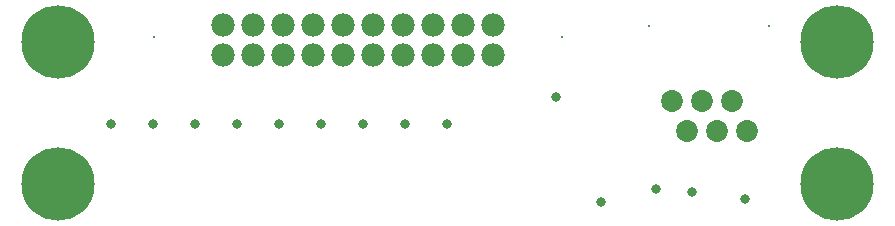
<source format=gbs>
G04*
G04 #@! TF.GenerationSoftware,Altium Limited,Altium Designer,18.0.7 (293)*
G04*
G04 Layer_Color=16711935*
%FSLAX25Y25*%
%MOIN*%
G70*
G01*
G75*
%ADD24C,0.07300*%
%ADD25C,0.00800*%
%ADD26C,0.07800*%
%ADD27C,0.24422*%
%ADD28C,0.03300*%
D24*
X218347Y41339D02*
D03*
X228346D02*
D03*
X238347D02*
D03*
X223346Y31339D02*
D03*
X233347D02*
D03*
X243347D02*
D03*
D25*
X210846Y66339D02*
D03*
X250847D02*
D03*
X181898Y62929D02*
D03*
X45898D02*
D03*
D26*
X68898Y66929D02*
D03*
Y56929D02*
D03*
X78898D02*
D03*
X88898D02*
D03*
X98898D02*
D03*
X108898D02*
D03*
X118898D02*
D03*
X128898D02*
D03*
X138898D02*
D03*
X148898D02*
D03*
X158898D02*
D03*
X78898Y66929D02*
D03*
X88898D02*
D03*
X98898D02*
D03*
X108898D02*
D03*
X118898D02*
D03*
X128898D02*
D03*
X138898D02*
D03*
X148898D02*
D03*
X158898D02*
D03*
D27*
X273622Y61024D02*
D03*
Y13780D02*
D03*
X13780D02*
D03*
Y61024D02*
D03*
D28*
X225197Y11024D02*
D03*
X242913Y8661D02*
D03*
X179921Y42913D02*
D03*
X31496Y33661D02*
D03*
X45497D02*
D03*
X59498D02*
D03*
X73499D02*
D03*
X87500D02*
D03*
X101501D02*
D03*
X115502D02*
D03*
X129503D02*
D03*
X194882Y7874D02*
D03*
X212992Y12205D02*
D03*
X143504Y33661D02*
D03*
M02*

</source>
